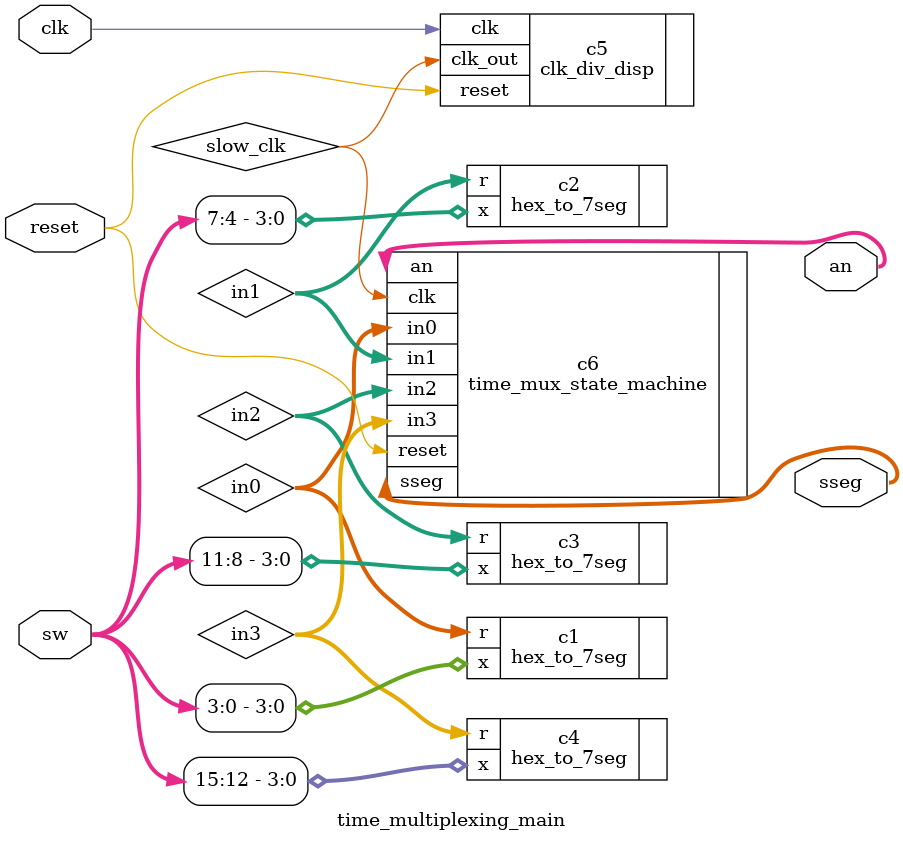
<source format=v>
`timescale 1ns / 1ps


module time_multiplexing_main(
    input clk,
    input reset,
    input [15:0] sw,
    output [3:0] an,
    output [6:0] sseg
    );

wire[6:0] in0, in1, in2, in3;
wire slow_clk;

hex_to_7seg c1 (.x(sw[3:0]), .r(in0));
hex_to_7seg c2 (.x(sw[7:4]), .r(in1));
hex_to_7seg c3 (.x(sw[11:8]), .r(in2));
hex_to_7seg c4 (.x(sw[15:12]), .r(in3));

clk_div_disp c5 (.clk(clk), .reset(reset), .clk_out(slow_clk));

time_mux_state_machine c6(
    .clk(slow_clk),
    .reset(reset),
    .in0(in0),
    .in1(in1),
    .in2(in2),
    .in3(in3),
    .an(an),
    .sseg(sseg));

endmodule

</source>
